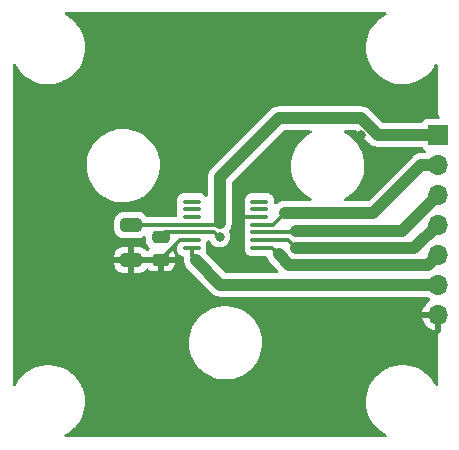
<source format=gbr>
%TF.GenerationSoftware,KiCad,Pcbnew,(6.0.0)*%
%TF.CreationDate,2022-01-17T22:08:50-08:00*%
%TF.ProjectId,encoder,656e636f-6465-4722-9e6b-696361645f70,1*%
%TF.SameCoordinates,Original*%
%TF.FileFunction,Copper,L1,Top*%
%TF.FilePolarity,Positive*%
%FSLAX46Y46*%
G04 Gerber Fmt 4.6, Leading zero omitted, Abs format (unit mm)*
G04 Created by KiCad (PCBNEW (6.0.0)) date 2022-01-17 22:08:50*
%MOMM*%
%LPD*%
G01*
G04 APERTURE LIST*
G04 Aperture macros list*
%AMRoundRect*
0 Rectangle with rounded corners*
0 $1 Rounding radius*
0 $2 $3 $4 $5 $6 $7 $8 $9 X,Y pos of 4 corners*
0 Add a 4 corners polygon primitive as box body*
4,1,4,$2,$3,$4,$5,$6,$7,$8,$9,$2,$3,0*
0 Add four circle primitives for the rounded corners*
1,1,$1+$1,$2,$3*
1,1,$1+$1,$4,$5*
1,1,$1+$1,$6,$7*
1,1,$1+$1,$8,$9*
0 Add four rect primitives between the rounded corners*
20,1,$1+$1,$2,$3,$4,$5,0*
20,1,$1+$1,$4,$5,$6,$7,0*
20,1,$1+$1,$6,$7,$8,$9,0*
20,1,$1+$1,$8,$9,$2,$3,0*%
G04 Aperture macros list end*
%TA.AperFunction,SMDPad,CuDef*%
%ADD10RoundRect,0.250000X0.650000X-0.325000X0.650000X0.325000X-0.650000X0.325000X-0.650000X-0.325000X0*%
%TD*%
%TA.AperFunction,SMDPad,CuDef*%
%ADD11RoundRect,0.100000X0.637500X0.100000X-0.637500X0.100000X-0.637500X-0.100000X0.637500X-0.100000X0*%
%TD*%
%TA.AperFunction,ComponentPad*%
%ADD12R,1.700000X1.700000*%
%TD*%
%TA.AperFunction,ComponentPad*%
%ADD13O,1.700000X1.700000*%
%TD*%
%TA.AperFunction,SMDPad,CuDef*%
%ADD14RoundRect,0.250000X-0.475000X0.250000X-0.475000X-0.250000X0.475000X-0.250000X0.475000X0.250000X0*%
%TD*%
%TA.AperFunction,ViaPad*%
%ADD15C,0.800000*%
%TD*%
%TA.AperFunction,Conductor*%
%ADD16C,1.000000*%
%TD*%
%TA.AperFunction,Conductor*%
%ADD17C,0.350000*%
%TD*%
G04 APERTURE END LIST*
D10*
%TO.P,C2,1*%
%TO.N,GND*%
X72000000Y-82975000D03*
%TO.P,C2,2*%
%TO.N,Net-(C2-Pad2)*%
X72000000Y-80025000D03*
%TD*%
D11*
%TO.P,U1,1,~{CSn}*%
%TO.N,Net-(J1-Pad5)*%
X82862500Y-81950000D03*
%TO.P,U1,2,CLK*%
%TO.N,Net-(J1-Pad4)*%
X82862500Y-81300000D03*
%TO.P,U1,3,MISO*%
%TO.N,Net-(J1-Pad3)*%
X82862500Y-80650000D03*
%TO.P,U1,4,MOSI*%
%TO.N,Net-(J1-Pad2)*%
X82862500Y-80000000D03*
%TO.P,U1,5,TEST*%
%TO.N,GND*%
X82862500Y-79350000D03*
%TO.P,U1,6,TEST*%
%TO.N,unconnected-(U1-Pad6)*%
X82862500Y-78700000D03*
%TO.P,U1,7,TEST*%
%TO.N,unconnected-(U1-Pad7)*%
X82862500Y-78050000D03*
%TO.P,U1,8,TEST*%
%TO.N,unconnected-(U1-Pad8)*%
X77137500Y-78050000D03*
%TO.P,U1,9,TEST*%
%TO.N,unconnected-(U1-Pad9)*%
X77137500Y-78700000D03*
%TO.P,U1,10,TEST*%
%TO.N,unconnected-(U1-Pad10)*%
X77137500Y-79350000D03*
%TO.P,U1,11,VDD5V*%
%TO.N,Net-(C2-Pad2)*%
X77137500Y-80000000D03*
%TO.P,U1,12,VDD3V*%
%TO.N,Net-(C1-Pad1)*%
X77137500Y-80650000D03*
%TO.P,U1,13,GND*%
%TO.N,GND*%
X77137500Y-81300000D03*
%TO.P,U1,14,PWM*%
%TO.N,Net-(J1-Pad6)*%
X77137500Y-81950000D03*
%TD*%
D12*
%TO.P,J1,1,Pin_1*%
%TO.N,Net-(C2-Pad2)*%
X98000000Y-72375000D03*
D13*
%TO.P,J1,2,Pin_2*%
%TO.N,Net-(J1-Pad2)*%
X98000000Y-74915000D03*
%TO.P,J1,3,Pin_3*%
%TO.N,Net-(J1-Pad3)*%
X98000000Y-77455000D03*
%TO.P,J1,4,Pin_4*%
%TO.N,Net-(J1-Pad4)*%
X98000000Y-79995000D03*
%TO.P,J1,5,Pin_5*%
%TO.N,Net-(J1-Pad5)*%
X98000000Y-82535000D03*
%TO.P,J1,6,Pin_6*%
%TO.N,Net-(J1-Pad6)*%
X98000000Y-85075000D03*
%TO.P,J1,7,Pin_7*%
%TO.N,GND*%
X98000000Y-87615000D03*
%TD*%
D14*
%TO.P,C1,1*%
%TO.N,Net-(C1-Pad1)*%
X74500000Y-81050000D03*
%TO.P,C1,2*%
%TO.N,GND*%
X74500000Y-82950000D03*
%TD*%
D15*
%TO.N,GND*%
X83000000Y-83500000D03*
X83500000Y-75000000D03*
X91440000Y-72390000D03*
%TO.N,Net-(C1-Pad1)*%
X79500000Y-81000000D03*
%TO.N,Net-(C2-Pad2)*%
X79500000Y-79850000D03*
%TD*%
D16*
%TO.N,Net-(J1-Pad2)*%
X92500000Y-79000000D02*
X85000000Y-79000000D01*
X96585000Y-74915000D02*
X92500000Y-79000000D01*
X98000000Y-74915000D02*
X96585000Y-74915000D01*
D17*
%TO.N,Net-(J1-Pad3)*%
X85850000Y-80650000D02*
X86000000Y-80500000D01*
D16*
X98000000Y-77455000D02*
X94955000Y-80500000D01*
D17*
X82862500Y-80650000D02*
X85850000Y-80650000D01*
D16*
X94955000Y-80500000D02*
X86000000Y-80500000D01*
%TO.N,Net-(J1-Pad4)*%
X98000000Y-79995000D02*
X95995000Y-82000000D01*
D17*
X85300000Y-81300000D02*
X86000001Y-82000001D01*
D16*
X95995000Y-82000000D02*
X86000001Y-82000001D01*
D17*
X82862500Y-81300000D02*
X85300000Y-81300000D01*
%TO.N,Net-(J1-Pad5)*%
X82862500Y-81950000D02*
X83950000Y-81950000D01*
D16*
X85385000Y-83385000D02*
X84500000Y-82500000D01*
D17*
X83950000Y-81950000D02*
X84500000Y-82500000D01*
D16*
X97150000Y-83385000D02*
X85385000Y-83385000D01*
X98000000Y-82535000D02*
X97150000Y-83385000D01*
D17*
%TO.N,GND*%
X81350000Y-79350000D02*
X81350000Y-76650000D01*
X81350000Y-76650000D02*
X83000000Y-75000000D01*
X82862500Y-79350000D02*
X81350000Y-79350000D01*
X83000000Y-75000000D02*
X83500000Y-75000000D01*
%TO.N,Net-(J1-Pad6)*%
X77137500Y-82637500D02*
X77500000Y-83000000D01*
X77137500Y-81950000D02*
X77137500Y-82637500D01*
%TO.N,Net-(J1-Pad2)*%
X84000000Y-80000000D02*
X85000000Y-79000000D01*
X82862500Y-80000000D02*
X84000000Y-80000000D01*
D16*
%TO.N,Net-(J1-Pad6)*%
X79575000Y-85075000D02*
X77500000Y-83000000D01*
X98000000Y-85075000D02*
X79575000Y-85075000D01*
%TO.N,Net-(C2-Pad2)*%
X79500000Y-76000000D02*
X79500000Y-79850000D01*
X84500000Y-71000000D02*
X79500000Y-76000000D01*
X91500000Y-71000000D02*
X84500000Y-71000000D01*
X92875000Y-72375000D02*
X91500000Y-71000000D01*
X98000000Y-72375000D02*
X92875000Y-72375000D01*
D17*
%TO.N,Net-(C1-Pad1)*%
X79500000Y-81000000D02*
X79413255Y-81000000D01*
X79063255Y-80650000D02*
X77137500Y-80650000D01*
X79413255Y-81000000D02*
X79063255Y-80650000D01*
%TO.N,Net-(C2-Pad2)*%
X79350000Y-80000000D02*
X79500000Y-79850000D01*
X77137500Y-80000000D02*
X79350000Y-80000000D01*
X77112500Y-80025000D02*
X77137500Y-80000000D01*
X72000000Y-80025000D02*
X77112500Y-80025000D01*
%TO.N,GND*%
X72025000Y-82950000D02*
X72000000Y-82975000D01*
X74500000Y-82950000D02*
X72025000Y-82950000D01*
%TO.N,Net-(C1-Pad1)*%
X74900000Y-80650000D02*
X74500000Y-81050000D01*
X77137500Y-80650000D02*
X74900000Y-80650000D01*
%TO.N,GND*%
X76150000Y-81300000D02*
X77137500Y-81300000D01*
X74500000Y-82950000D02*
X76150000Y-81300000D01*
%TD*%
%TA.AperFunction,Conductor*%
%TO.N,GND*%
G36*
X93582314Y-62028002D02*
G01*
X93628807Y-62081658D01*
X93638911Y-62151932D01*
X93609417Y-62216512D01*
X93575759Y-62243935D01*
X93334498Y-62379047D01*
X93334493Y-62379050D01*
X93331381Y-62380793D01*
X93328485Y-62382878D01*
X93328480Y-62382881D01*
X93181761Y-62488504D01*
X93045605Y-62586523D01*
X93042969Y-62588917D01*
X93042967Y-62588919D01*
X92865733Y-62749907D01*
X92784954Y-62823281D01*
X92552781Y-63088023D01*
X92352071Y-63377347D01*
X92185402Y-63687532D01*
X92054919Y-64014590D01*
X91962299Y-64354317D01*
X91908732Y-64702345D01*
X91908592Y-64705909D01*
X91895361Y-65042681D01*
X91894908Y-65054200D01*
X91921004Y-65405358D01*
X91986684Y-65751304D01*
X92091104Y-66087592D01*
X92092545Y-66090867D01*
X92220485Y-66381633D01*
X92232921Y-66409897D01*
X92410313Y-66714076D01*
X92620999Y-66996219D01*
X92623443Y-66998817D01*
X92623448Y-66998823D01*
X92859820Y-67250093D01*
X92862270Y-67252697D01*
X92864999Y-67255007D01*
X93054652Y-67415560D01*
X93131024Y-67480214D01*
X93423807Y-67675845D01*
X93426989Y-67677484D01*
X93426991Y-67677485D01*
X93733670Y-67835436D01*
X93733675Y-67835438D01*
X93736853Y-67837075D01*
X93740194Y-67838341D01*
X93740199Y-67838343D01*
X93971696Y-67926049D01*
X94066139Y-67961830D01*
X94069603Y-67962710D01*
X94069607Y-67962711D01*
X94403963Y-68047627D01*
X94403971Y-68047629D01*
X94407430Y-68048507D01*
X94579152Y-68071878D01*
X94753347Y-68095585D01*
X94753354Y-68095586D01*
X94756340Y-68095992D01*
X94871081Y-68100500D01*
X95089198Y-68100500D01*
X95230756Y-68092462D01*
X95347992Y-68085805D01*
X95347999Y-68085804D01*
X95351560Y-68085602D01*
X95489883Y-68061834D01*
X95695082Y-68026575D01*
X95695090Y-68026573D01*
X95698600Y-68025970D01*
X95702025Y-68024972D01*
X95702028Y-68024971D01*
X96033221Y-67928436D01*
X96036659Y-67927434D01*
X96361390Y-67791263D01*
X96564556Y-67677485D01*
X96665502Y-67620953D01*
X96665507Y-67620950D01*
X96668619Y-67619207D01*
X96671515Y-67617122D01*
X96671520Y-67617119D01*
X96818239Y-67511496D01*
X96954395Y-67413477D01*
X97128858Y-67255007D01*
X97212405Y-67179118D01*
X97212406Y-67179117D01*
X97215046Y-67176719D01*
X97447219Y-66911977D01*
X97647929Y-66622653D01*
X97755008Y-66423370D01*
X97804870Y-66372830D01*
X97874141Y-66357271D01*
X97940827Y-66381633D01*
X97983756Y-66438181D01*
X97992000Y-66483008D01*
X97992000Y-70491298D01*
X97991998Y-70492068D01*
X97991524Y-70569652D01*
X97993990Y-70578281D01*
X97993991Y-70578286D01*
X97999639Y-70598048D01*
X98003217Y-70614809D01*
X98006130Y-70635152D01*
X98006133Y-70635162D01*
X98007405Y-70644045D01*
X98018021Y-70667395D01*
X98024464Y-70684907D01*
X98031512Y-70709565D01*
X98047274Y-70734548D01*
X98055404Y-70749614D01*
X98067633Y-70776510D01*
X98084374Y-70795939D01*
X98095480Y-70810950D01*
X98103253Y-70823271D01*
X98122684Y-70891557D01*
X98102111Y-70959507D01*
X98048067Y-71005549D01*
X97996688Y-71016500D01*
X97101866Y-71016500D01*
X97039684Y-71023255D01*
X96903295Y-71074385D01*
X96786739Y-71161739D01*
X96699385Y-71278295D01*
X96696233Y-71286704D01*
X96691923Y-71294575D01*
X96690259Y-71293664D01*
X96654337Y-71341490D01*
X96587776Y-71366193D01*
X96578991Y-71366500D01*
X93344924Y-71366500D01*
X93276803Y-71346498D01*
X93255829Y-71329595D01*
X92256855Y-70330621D01*
X92247753Y-70320478D01*
X92227897Y-70295782D01*
X92224032Y-70290975D01*
X92185578Y-70258708D01*
X92181931Y-70255528D01*
X92180119Y-70253885D01*
X92177925Y-70251691D01*
X92144651Y-70224358D01*
X92143853Y-70223696D01*
X92072526Y-70163846D01*
X92067856Y-70161278D01*
X92063739Y-70157897D01*
X91981914Y-70114023D01*
X91980755Y-70113394D01*
X91904619Y-70071538D01*
X91904611Y-70071535D01*
X91899213Y-70068567D01*
X91894131Y-70066955D01*
X91889437Y-70064438D01*
X91800469Y-70037238D01*
X91799441Y-70036918D01*
X91710694Y-70008765D01*
X91705398Y-70008171D01*
X91700302Y-70006613D01*
X91607743Y-69997210D01*
X91606607Y-69997089D01*
X91572992Y-69993319D01*
X91560270Y-69991892D01*
X91560266Y-69991892D01*
X91556773Y-69991500D01*
X91553246Y-69991500D01*
X91552261Y-69991445D01*
X91546581Y-69990998D01*
X91517175Y-69988011D01*
X91509663Y-69987248D01*
X91509661Y-69987248D01*
X91503538Y-69986626D01*
X91461259Y-69990623D01*
X91457891Y-69990941D01*
X91446033Y-69991500D01*
X84561843Y-69991500D01*
X84548236Y-69990763D01*
X84516738Y-69987341D01*
X84516733Y-69987341D01*
X84510612Y-69986676D01*
X84484362Y-69988973D01*
X84460612Y-69991050D01*
X84455786Y-69991379D01*
X84453314Y-69991500D01*
X84450231Y-69991500D01*
X84440920Y-69992413D01*
X84407494Y-69995690D01*
X84406181Y-69995812D01*
X84361916Y-69999685D01*
X84313587Y-70003913D01*
X84308468Y-70005400D01*
X84303167Y-70005920D01*
X84214166Y-70032791D01*
X84213033Y-70033126D01*
X84129586Y-70057370D01*
X84129582Y-70057372D01*
X84123664Y-70059091D01*
X84118932Y-70061544D01*
X84113831Y-70063084D01*
X84108388Y-70065978D01*
X84031740Y-70106731D01*
X84030574Y-70107343D01*
X83963459Y-70142133D01*
X83948074Y-70150108D01*
X83943911Y-70153431D01*
X83939204Y-70155934D01*
X83934429Y-70159828D01*
X83934428Y-70159829D01*
X83867102Y-70214739D01*
X83866075Y-70215567D01*
X83829792Y-70244531D01*
X83829787Y-70244536D01*
X83827028Y-70246738D01*
X83824527Y-70249239D01*
X83823809Y-70249881D01*
X83819461Y-70253594D01*
X83785938Y-70280935D01*
X83782015Y-70285677D01*
X83782013Y-70285679D01*
X83756703Y-70316273D01*
X83748713Y-70325053D01*
X78830621Y-75243145D01*
X78820478Y-75252247D01*
X78790975Y-75275968D01*
X78769821Y-75301178D01*
X78758709Y-75314421D01*
X78755528Y-75318069D01*
X78753885Y-75319881D01*
X78751691Y-75322075D01*
X78724358Y-75355349D01*
X78723696Y-75356147D01*
X78663846Y-75427474D01*
X78661278Y-75432144D01*
X78657897Y-75436261D01*
X78626860Y-75494145D01*
X78614023Y-75518086D01*
X78613394Y-75519245D01*
X78571538Y-75595381D01*
X78571535Y-75595389D01*
X78568567Y-75600787D01*
X78566955Y-75605869D01*
X78564438Y-75610563D01*
X78537238Y-75699531D01*
X78536918Y-75700559D01*
X78508765Y-75789306D01*
X78508171Y-75794602D01*
X78506613Y-75799698D01*
X78505990Y-75805834D01*
X78497218Y-75892187D01*
X78497089Y-75893393D01*
X78491500Y-75943227D01*
X78491500Y-75946754D01*
X78491445Y-75947739D01*
X78490998Y-75953419D01*
X78486626Y-75996462D01*
X78487206Y-76002593D01*
X78490941Y-76042109D01*
X78491500Y-76053967D01*
X78491500Y-77513006D01*
X78471498Y-77581127D01*
X78417842Y-77627620D01*
X78347568Y-77637724D01*
X78282988Y-77608230D01*
X78265538Y-77589710D01*
X78214017Y-77522568D01*
X78214015Y-77522566D01*
X78208987Y-77516013D01*
X78202436Y-77510986D01*
X78202434Y-77510984D01*
X78145431Y-77467245D01*
X78081875Y-77418476D01*
X77933850Y-77357162D01*
X77925662Y-77356084D01*
X77818972Y-77342038D01*
X77818971Y-77342038D01*
X77814885Y-77341500D01*
X77137583Y-77341500D01*
X76460116Y-77341501D01*
X76456031Y-77342039D01*
X76456027Y-77342039D01*
X76349337Y-77356084D01*
X76349335Y-77356084D01*
X76341150Y-77357162D01*
X76267137Y-77387819D01*
X76200752Y-77415316D01*
X76200750Y-77415317D01*
X76193124Y-77418476D01*
X76186574Y-77423502D01*
X76110084Y-77482196D01*
X76066013Y-77516013D01*
X76060987Y-77522563D01*
X76060984Y-77522566D01*
X76017244Y-77579569D01*
X75968476Y-77643125D01*
X75907162Y-77791150D01*
X75891500Y-77910115D01*
X75891501Y-78189884D01*
X75892039Y-78193969D01*
X75892039Y-78193973D01*
X75903487Y-78280935D01*
X75907162Y-78308850D01*
X75910322Y-78316478D01*
X75914589Y-78326780D01*
X75922179Y-78397370D01*
X75914590Y-78423218D01*
X75907162Y-78441150D01*
X75891500Y-78560115D01*
X75891501Y-78839884D01*
X75907162Y-78958850D01*
X75910322Y-78966478D01*
X75914589Y-78976780D01*
X75922179Y-79047370D01*
X75914590Y-79073218D01*
X75907162Y-79091150D01*
X75906084Y-79099338D01*
X75905797Y-79101522D01*
X75891500Y-79210115D01*
X75891500Y-79215500D01*
X75891393Y-79215863D01*
X75891230Y-79218356D01*
X75890672Y-79218319D01*
X75871498Y-79283621D01*
X75817842Y-79330114D01*
X75765500Y-79341500D01*
X73390369Y-79341500D01*
X73322248Y-79321498D01*
X73283228Y-79281807D01*
X73248478Y-79225652D01*
X73123303Y-79100695D01*
X73107818Y-79091150D01*
X72978968Y-79011725D01*
X72978966Y-79011724D01*
X72972738Y-79007885D01*
X72847899Y-78966478D01*
X72811389Y-78954368D01*
X72811387Y-78954368D01*
X72804861Y-78952203D01*
X72798025Y-78951503D01*
X72798022Y-78951502D01*
X72754969Y-78947091D01*
X72700400Y-78941500D01*
X71299600Y-78941500D01*
X71296354Y-78941837D01*
X71296350Y-78941837D01*
X71200692Y-78951762D01*
X71200688Y-78951763D01*
X71193834Y-78952474D01*
X71187298Y-78954655D01*
X71187296Y-78954655D01*
X71055194Y-78998728D01*
X71026054Y-79008450D01*
X70875652Y-79101522D01*
X70750695Y-79226697D01*
X70746855Y-79232927D01*
X70746854Y-79232928D01*
X70674690Y-79350000D01*
X70657885Y-79377262D01*
X70602203Y-79545139D01*
X70601503Y-79551975D01*
X70601502Y-79551978D01*
X70599903Y-79567583D01*
X70591500Y-79649600D01*
X70591500Y-80400400D01*
X70591837Y-80403646D01*
X70591837Y-80403650D01*
X70593796Y-80422526D01*
X70602474Y-80506166D01*
X70604655Y-80512702D01*
X70604655Y-80512704D01*
X70641362Y-80622726D01*
X70658450Y-80673946D01*
X70751522Y-80824348D01*
X70876697Y-80949305D01*
X70882927Y-80953145D01*
X70882928Y-80953146D01*
X71020090Y-81037694D01*
X71027262Y-81042115D01*
X71049039Y-81049338D01*
X71188611Y-81095632D01*
X71188613Y-81095632D01*
X71195139Y-81097797D01*
X71201975Y-81098497D01*
X71201978Y-81098498D01*
X71245031Y-81102909D01*
X71299600Y-81108500D01*
X72700400Y-81108500D01*
X72703646Y-81108163D01*
X72703650Y-81108163D01*
X72799308Y-81098238D01*
X72799312Y-81098237D01*
X72806166Y-81097526D01*
X72812702Y-81095345D01*
X72812704Y-81095345D01*
X72950603Y-81049338D01*
X72973946Y-81041550D01*
X73051699Y-80993435D01*
X73074197Y-80979513D01*
X73142649Y-80960675D01*
X73210419Y-80981836D01*
X73255990Y-81036277D01*
X73266500Y-81086657D01*
X73266500Y-81350400D01*
X73266837Y-81353646D01*
X73266837Y-81353650D01*
X73276209Y-81443973D01*
X73277474Y-81456166D01*
X73279655Y-81462702D01*
X73279655Y-81462704D01*
X73306486Y-81543125D01*
X73333450Y-81623946D01*
X73426522Y-81774348D01*
X73551697Y-81899305D01*
X73556235Y-81902102D01*
X73596824Y-81959353D01*
X73600054Y-82030276D01*
X73564428Y-82091687D01*
X73555932Y-82099062D01*
X73545793Y-82107098D01*
X73448215Y-82204845D01*
X73385932Y-82238924D01*
X73315112Y-82233921D01*
X73258239Y-82191423D01*
X73251959Y-82182220D01*
X73242901Y-82170792D01*
X73128171Y-82056261D01*
X73116760Y-82047249D01*
X72978757Y-81962184D01*
X72965576Y-81956037D01*
X72811290Y-81904862D01*
X72797914Y-81901995D01*
X72703562Y-81892328D01*
X72697145Y-81892000D01*
X72272115Y-81892000D01*
X72256876Y-81896475D01*
X72255671Y-81897865D01*
X72254000Y-81905548D01*
X72254000Y-82702885D01*
X72258475Y-82718124D01*
X72259865Y-82719329D01*
X72267548Y-82721000D01*
X73208885Y-82721000D01*
X73253280Y-82707965D01*
X73263957Y-82701103D01*
X73299452Y-82696000D01*
X75714884Y-82696000D01*
X75730123Y-82691525D01*
X75731328Y-82690135D01*
X75732999Y-82682452D01*
X75732999Y-82652905D01*
X75732662Y-82646386D01*
X75722743Y-82550794D01*
X75719851Y-82537400D01*
X75668412Y-82383216D01*
X75662239Y-82370038D01*
X75576937Y-82232193D01*
X75567901Y-82220792D01*
X75453172Y-82106262D01*
X75444238Y-82099206D01*
X75403177Y-82041288D01*
X75399947Y-81970365D01*
X75435574Y-81908954D01*
X75443407Y-81902154D01*
X75449348Y-81898478D01*
X75574305Y-81773303D01*
X75667115Y-81622738D01*
X75669420Y-81615788D01*
X75669755Y-81615070D01*
X75716671Y-81561783D01*
X75784948Y-81542321D01*
X75852908Y-81562861D01*
X75898975Y-81616883D01*
X75908523Y-81687235D01*
X75908257Y-81688506D01*
X75907162Y-81691150D01*
X75897167Y-81767072D01*
X75893648Y-81793803D01*
X75891500Y-81810115D01*
X75891501Y-82089884D01*
X75892039Y-82093969D01*
X75892039Y-82093973D01*
X75904868Y-82191423D01*
X75907162Y-82208850D01*
X75968476Y-82356876D01*
X76066013Y-82483987D01*
X76072563Y-82489013D01*
X76072566Y-82489016D01*
X76129569Y-82532756D01*
X76193125Y-82581524D01*
X76341150Y-82642838D01*
X76353312Y-82644439D01*
X76354480Y-82644593D01*
X76419408Y-82673313D01*
X76458501Y-82732578D01*
X76463124Y-82754378D01*
X76468855Y-82801735D01*
X76471542Y-82808845D01*
X76472746Y-82813748D01*
X76475605Y-82824200D01*
X76477059Y-82829016D01*
X76478366Y-82836504D01*
X76484817Y-82851201D01*
X76494708Y-82915453D01*
X76486676Y-82989388D01*
X76503913Y-83186413D01*
X76505632Y-83192330D01*
X76505633Y-83192335D01*
X76543614Y-83323064D01*
X76559091Y-83376336D01*
X76650108Y-83551926D01*
X76653948Y-83556736D01*
X76744542Y-83670223D01*
X76744549Y-83670230D01*
X76746738Y-83672973D01*
X76749233Y-83675468D01*
X78818145Y-85744379D01*
X78827247Y-85754522D01*
X78850968Y-85784025D01*
X78855696Y-85787992D01*
X78889421Y-85816291D01*
X78893069Y-85819472D01*
X78894881Y-85821115D01*
X78897075Y-85823309D01*
X78930349Y-85850642D01*
X78931147Y-85851304D01*
X79002474Y-85911154D01*
X79007144Y-85913722D01*
X79011261Y-85917103D01*
X79069145Y-85948140D01*
X79093086Y-85960977D01*
X79094245Y-85961606D01*
X79170381Y-86003462D01*
X79170389Y-86003465D01*
X79175787Y-86006433D01*
X79180869Y-86008045D01*
X79185563Y-86010562D01*
X79274531Y-86037762D01*
X79275559Y-86038082D01*
X79364306Y-86066235D01*
X79369602Y-86066829D01*
X79374698Y-86068387D01*
X79467257Y-86077790D01*
X79468393Y-86077911D01*
X79502008Y-86081681D01*
X79514730Y-86083108D01*
X79514734Y-86083108D01*
X79518227Y-86083500D01*
X79521754Y-86083500D01*
X79522739Y-86083555D01*
X79528419Y-86084002D01*
X79557825Y-86086989D01*
X79565337Y-86087752D01*
X79565339Y-86087752D01*
X79571462Y-86088374D01*
X79617108Y-86084059D01*
X79628967Y-86083500D01*
X97042393Y-86083500D01*
X97110514Y-86103502D01*
X97122877Y-86112555D01*
X97218126Y-86191632D01*
X97291955Y-86234774D01*
X97340679Y-86286412D01*
X97353750Y-86356195D01*
X97327019Y-86421967D01*
X97286562Y-86455327D01*
X97278457Y-86459546D01*
X97269738Y-86465036D01*
X97099433Y-86592905D01*
X97091726Y-86599748D01*
X96944590Y-86753717D01*
X96938104Y-86761727D01*
X96818098Y-86937649D01*
X96813000Y-86946623D01*
X96723338Y-87139783D01*
X96719775Y-87149470D01*
X96664389Y-87349183D01*
X96665912Y-87357607D01*
X96678292Y-87361000D01*
X98128000Y-87361000D01*
X98196121Y-87381002D01*
X98242614Y-87434658D01*
X98254000Y-87487000D01*
X98254000Y-88933515D01*
X98256385Y-88941638D01*
X98256385Y-89012635D01*
X98217740Y-89072587D01*
X98204072Y-89084365D01*
X98189053Y-89095479D01*
X98167369Y-89109160D01*
X98161427Y-89115888D01*
X98147819Y-89131296D01*
X98135627Y-89143340D01*
X98113253Y-89162619D01*
X98108374Y-89170147D01*
X98108371Y-89170150D01*
X98099304Y-89184139D01*
X98088014Y-89199013D01*
X98071044Y-89218228D01*
X98058490Y-89244966D01*
X98050176Y-89259935D01*
X98034107Y-89284727D01*
X98031535Y-89293327D01*
X98026761Y-89309290D01*
X98020099Y-89326736D01*
X98009201Y-89349948D01*
X98007820Y-89358821D01*
X98004658Y-89379128D01*
X98000874Y-89395849D01*
X97994986Y-89415536D01*
X97994985Y-89415539D01*
X97992413Y-89424141D01*
X97992358Y-89433116D01*
X97992358Y-89433117D01*
X97992203Y-89458546D01*
X97992170Y-89459328D01*
X97992000Y-89460423D01*
X97992000Y-89491298D01*
X97991998Y-89492068D01*
X97991524Y-89569652D01*
X97991908Y-89570996D01*
X97992000Y-89572341D01*
X97992000Y-93509613D01*
X97971998Y-93577734D01*
X97918342Y-93624227D01*
X97848068Y-93634331D01*
X97783488Y-93604837D01*
X97757157Y-93573089D01*
X97661666Y-93409348D01*
X97589687Y-93285924D01*
X97379001Y-93003781D01*
X97376557Y-93001183D01*
X97376552Y-93001177D01*
X97140180Y-92749907D01*
X97140176Y-92749904D01*
X97137730Y-92747303D01*
X96986417Y-92619207D01*
X96871698Y-92522090D01*
X96871694Y-92522087D01*
X96868976Y-92519786D01*
X96812719Y-92482196D01*
X96579170Y-92326144D01*
X96579168Y-92326143D01*
X96576193Y-92324155D01*
X96573009Y-92322515D01*
X96266330Y-92164564D01*
X96266325Y-92164562D01*
X96263147Y-92162925D01*
X96259806Y-92161659D01*
X96259801Y-92161657D01*
X95937205Y-92039437D01*
X95937206Y-92039437D01*
X95933861Y-92038170D01*
X95930397Y-92037290D01*
X95930393Y-92037289D01*
X95596037Y-91952373D01*
X95596029Y-91952371D01*
X95592570Y-91951493D01*
X95420848Y-91928122D01*
X95246653Y-91904415D01*
X95246646Y-91904414D01*
X95243660Y-91904008D01*
X95128919Y-91899500D01*
X94910802Y-91899500D01*
X94769244Y-91907538D01*
X94652008Y-91914195D01*
X94652001Y-91914196D01*
X94648440Y-91914398D01*
X94510117Y-91938166D01*
X94304918Y-91973425D01*
X94304910Y-91973427D01*
X94301400Y-91974030D01*
X94297975Y-91975028D01*
X94297972Y-91975029D01*
X94084370Y-92037289D01*
X93963341Y-92072566D01*
X93638610Y-92208737D01*
X93560114Y-92252697D01*
X93334498Y-92379047D01*
X93334493Y-92379050D01*
X93331381Y-92380793D01*
X93328485Y-92382878D01*
X93328480Y-92382881D01*
X93196477Y-92477910D01*
X93045605Y-92586523D01*
X93042969Y-92588917D01*
X93042967Y-92588919D01*
X92787595Y-92820882D01*
X92784954Y-92823281D01*
X92782603Y-92825962D01*
X92606670Y-93026575D01*
X92552781Y-93088023D01*
X92550749Y-93090952D01*
X92550746Y-93090956D01*
X92547171Y-93096110D01*
X92352071Y-93377347D01*
X92185402Y-93687532D01*
X92054919Y-94014590D01*
X91962299Y-94354317D01*
X91908732Y-94702345D01*
X91908592Y-94705909D01*
X91896104Y-95023766D01*
X91894908Y-95054200D01*
X91895173Y-95057760D01*
X91918392Y-95370206D01*
X91921004Y-95405358D01*
X91986684Y-95751304D01*
X92091104Y-96087592D01*
X92232921Y-96409897D01*
X92410313Y-96714076D01*
X92620999Y-96996219D01*
X92623443Y-96998817D01*
X92623448Y-96998823D01*
X92859820Y-97250093D01*
X92862270Y-97252697D01*
X92864999Y-97255007D01*
X93054652Y-97415560D01*
X93131024Y-97480214D01*
X93423807Y-97675845D01*
X93426989Y-97677484D01*
X93426991Y-97677485D01*
X93575523Y-97753984D01*
X93626925Y-97802957D01*
X93643691Y-97871945D01*
X93620497Y-97939047D01*
X93564707Y-97982956D01*
X93517831Y-97992000D01*
X66485807Y-97992000D01*
X66417686Y-97971998D01*
X66371193Y-97918342D01*
X66361089Y-97848068D01*
X66390583Y-97783488D01*
X66424241Y-97756065D01*
X66665502Y-97620953D01*
X66665507Y-97620950D01*
X66668619Y-97619207D01*
X66671515Y-97617122D01*
X66671520Y-97617119D01*
X66818239Y-97511496D01*
X66954395Y-97413477D01*
X67128858Y-97255007D01*
X67212405Y-97179118D01*
X67212406Y-97179117D01*
X67215046Y-97176719D01*
X67447219Y-96911977D01*
X67647929Y-96622653D01*
X67814598Y-96312468D01*
X67945081Y-95985410D01*
X68037701Y-95645683D01*
X68091268Y-95297655D01*
X68100833Y-95054200D01*
X68104952Y-94949370D01*
X68104952Y-94949365D01*
X68105092Y-94945800D01*
X68078996Y-94594642D01*
X68013316Y-94248696D01*
X67908896Y-93912408D01*
X67782094Y-93624227D01*
X67768522Y-93593382D01*
X67768520Y-93593379D01*
X67767079Y-93590103D01*
X67589687Y-93285924D01*
X67379001Y-93003781D01*
X67376557Y-93001183D01*
X67376552Y-93001177D01*
X67140180Y-92749907D01*
X67140176Y-92749904D01*
X67137730Y-92747303D01*
X66986417Y-92619207D01*
X66871698Y-92522090D01*
X66871694Y-92522087D01*
X66868976Y-92519786D01*
X66812719Y-92482196D01*
X66579170Y-92326144D01*
X66579168Y-92326143D01*
X66576193Y-92324155D01*
X66573009Y-92322515D01*
X66266330Y-92164564D01*
X66266325Y-92164562D01*
X66263147Y-92162925D01*
X66259806Y-92161659D01*
X66259801Y-92161657D01*
X65937205Y-92039437D01*
X65937206Y-92039437D01*
X65933861Y-92038170D01*
X65930397Y-92037290D01*
X65930393Y-92037289D01*
X65596037Y-91952373D01*
X65596029Y-91952371D01*
X65592570Y-91951493D01*
X65420848Y-91928122D01*
X65246653Y-91904415D01*
X65246646Y-91904414D01*
X65243660Y-91904008D01*
X65128919Y-91899500D01*
X64910802Y-91899500D01*
X64769244Y-91907538D01*
X64652008Y-91914195D01*
X64652001Y-91914196D01*
X64648440Y-91914398D01*
X64510117Y-91938166D01*
X64304918Y-91973425D01*
X64304910Y-91973427D01*
X64301400Y-91974030D01*
X64297975Y-91975028D01*
X64297972Y-91975029D01*
X64084370Y-92037289D01*
X63963341Y-92072566D01*
X63638610Y-92208737D01*
X63560114Y-92252697D01*
X63334498Y-92379047D01*
X63334493Y-92379050D01*
X63331381Y-92380793D01*
X63328485Y-92382878D01*
X63328480Y-92382881D01*
X63196477Y-92477910D01*
X63045605Y-92586523D01*
X63042969Y-92588917D01*
X63042967Y-92588919D01*
X62787595Y-92820882D01*
X62784954Y-92823281D01*
X62782603Y-92825962D01*
X62606670Y-93026575D01*
X62552781Y-93088023D01*
X62550749Y-93090952D01*
X62550746Y-93090956D01*
X62547171Y-93096110D01*
X62352071Y-93377347D01*
X62350380Y-93380494D01*
X62350377Y-93380499D01*
X62244992Y-93576630D01*
X62195130Y-93627170D01*
X62125859Y-93642729D01*
X62059173Y-93618367D01*
X62016244Y-93561819D01*
X62008000Y-93516992D01*
X62008000Y-90054200D01*
X76894908Y-90054200D01*
X76921004Y-90405358D01*
X76986684Y-90751304D01*
X77091104Y-91087592D01*
X77232921Y-91409897D01*
X77410313Y-91714076D01*
X77620999Y-91996219D01*
X77623443Y-91998817D01*
X77623448Y-91998823D01*
X77819615Y-92207354D01*
X77862270Y-92252697D01*
X77864999Y-92255007D01*
X78054652Y-92415560D01*
X78131024Y-92480214D01*
X78133988Y-92482194D01*
X78133990Y-92482196D01*
X78290127Y-92586523D01*
X78423807Y-92675845D01*
X78426989Y-92677484D01*
X78426991Y-92677485D01*
X78733670Y-92835436D01*
X78733675Y-92835438D01*
X78736853Y-92837075D01*
X78740194Y-92838341D01*
X78740199Y-92838343D01*
X78971696Y-92926049D01*
X79066139Y-92961830D01*
X79069603Y-92962710D01*
X79069607Y-92962711D01*
X79403963Y-93047627D01*
X79403971Y-93047629D01*
X79407430Y-93048507D01*
X79579152Y-93071878D01*
X79753347Y-93095585D01*
X79753354Y-93095586D01*
X79756340Y-93095992D01*
X79871081Y-93100500D01*
X80089198Y-93100500D01*
X80230756Y-93092462D01*
X80347992Y-93085805D01*
X80347999Y-93085804D01*
X80351560Y-93085602D01*
X80489883Y-93061834D01*
X80695082Y-93026575D01*
X80695090Y-93026573D01*
X80698600Y-93025970D01*
X80702025Y-93024972D01*
X80702028Y-93024971D01*
X81033221Y-92928436D01*
X81036659Y-92927434D01*
X81361390Y-92791263D01*
X81564556Y-92677485D01*
X81665502Y-92620953D01*
X81665507Y-92620950D01*
X81668619Y-92619207D01*
X81671515Y-92617122D01*
X81671520Y-92617119D01*
X81818239Y-92511496D01*
X81954395Y-92413477D01*
X81990378Y-92380793D01*
X82212405Y-92179118D01*
X82212406Y-92179117D01*
X82215046Y-92176719D01*
X82392800Y-91974030D01*
X82444868Y-91914658D01*
X82444869Y-91914656D01*
X82447219Y-91911977D01*
X82452748Y-91904008D01*
X82586652Y-91710984D01*
X82647929Y-91622653D01*
X82814598Y-91312468D01*
X82945081Y-90985410D01*
X83037701Y-90645683D01*
X83091268Y-90297655D01*
X83100833Y-90054200D01*
X83104952Y-89949370D01*
X83104952Y-89949365D01*
X83105092Y-89945800D01*
X83083114Y-89650052D01*
X83079261Y-89598204D01*
X83079260Y-89598199D01*
X83078996Y-89594642D01*
X83013316Y-89248696D01*
X83003856Y-89218228D01*
X82958633Y-89072587D01*
X82908896Y-88912408D01*
X82767079Y-88590103D01*
X82589687Y-88285924D01*
X82379001Y-88003781D01*
X82376557Y-88001183D01*
X82376552Y-88001177D01*
X82265350Y-87882966D01*
X96668257Y-87882966D01*
X96698565Y-88017446D01*
X96701645Y-88027275D01*
X96781770Y-88224603D01*
X96786413Y-88233794D01*
X96897694Y-88415388D01*
X96903777Y-88423699D01*
X97043213Y-88584667D01*
X97050580Y-88591883D01*
X97214434Y-88727916D01*
X97222881Y-88733831D01*
X97406756Y-88841279D01*
X97416042Y-88845729D01*
X97615001Y-88921703D01*
X97624899Y-88924579D01*
X97728250Y-88945606D01*
X97742299Y-88944410D01*
X97746000Y-88934065D01*
X97746000Y-87887115D01*
X97741525Y-87871876D01*
X97740135Y-87870671D01*
X97732452Y-87869000D01*
X96683225Y-87869000D01*
X96669694Y-87872973D01*
X96668257Y-87882966D01*
X82265350Y-87882966D01*
X82140180Y-87749907D01*
X82140176Y-87749904D01*
X82137730Y-87747303D01*
X81947809Y-87586523D01*
X81871698Y-87522090D01*
X81871694Y-87522087D01*
X81868976Y-87519786D01*
X81576193Y-87324155D01*
X81573009Y-87322515D01*
X81266330Y-87164564D01*
X81266325Y-87164562D01*
X81263147Y-87162925D01*
X81259806Y-87161659D01*
X81259801Y-87161657D01*
X80937205Y-87039437D01*
X80937206Y-87039437D01*
X80933861Y-87038170D01*
X80930397Y-87037290D01*
X80930393Y-87037289D01*
X80596037Y-86952373D01*
X80596029Y-86952371D01*
X80592570Y-86951493D01*
X80420848Y-86928122D01*
X80246653Y-86904415D01*
X80246646Y-86904414D01*
X80243660Y-86904008D01*
X80128919Y-86899500D01*
X79910802Y-86899500D01*
X79769244Y-86907538D01*
X79652008Y-86914195D01*
X79652001Y-86914196D01*
X79648440Y-86914398D01*
X79513126Y-86937649D01*
X79304918Y-86973425D01*
X79304910Y-86973427D01*
X79301400Y-86974030D01*
X79297975Y-86975028D01*
X79297972Y-86975029D01*
X79084370Y-87037289D01*
X78963341Y-87072566D01*
X78638610Y-87208737D01*
X78484996Y-87294765D01*
X78334498Y-87379047D01*
X78334493Y-87379050D01*
X78331381Y-87380793D01*
X78328485Y-87382878D01*
X78328480Y-87382881D01*
X78256558Y-87434658D01*
X78045605Y-87586523D01*
X78042969Y-87588917D01*
X78042967Y-87588919D01*
X77865733Y-87749907D01*
X77784954Y-87823281D01*
X77743394Y-87870671D01*
X77614676Y-88017446D01*
X77552781Y-88088023D01*
X77352071Y-88377347D01*
X77350380Y-88380494D01*
X77350377Y-88380499D01*
X77327165Y-88423699D01*
X77185402Y-88687532D01*
X77054919Y-89014590D01*
X76962299Y-89354317D01*
X76955907Y-89395849D01*
X76911904Y-89681739D01*
X76908732Y-89702345D01*
X76908592Y-89705909D01*
X76897898Y-89978107D01*
X76894908Y-90054200D01*
X62008000Y-90054200D01*
X62008000Y-83347095D01*
X70592001Y-83347095D01*
X70592338Y-83353614D01*
X70602257Y-83449206D01*
X70605149Y-83462600D01*
X70656588Y-83616784D01*
X70662761Y-83629962D01*
X70748063Y-83767807D01*
X70757099Y-83779208D01*
X70871829Y-83893739D01*
X70883240Y-83902751D01*
X71021243Y-83987816D01*
X71034424Y-83993963D01*
X71188710Y-84045138D01*
X71202086Y-84048005D01*
X71296438Y-84057672D01*
X71302854Y-84058000D01*
X71727885Y-84058000D01*
X71743124Y-84053525D01*
X71744329Y-84052135D01*
X71746000Y-84044452D01*
X71746000Y-84039884D01*
X72254000Y-84039884D01*
X72258475Y-84055123D01*
X72259865Y-84056328D01*
X72267548Y-84057999D01*
X72697095Y-84057999D01*
X72703614Y-84057662D01*
X72799206Y-84047743D01*
X72812600Y-84044851D01*
X72966784Y-83993412D01*
X72979962Y-83987239D01*
X73117807Y-83901937D01*
X73129208Y-83892901D01*
X73243739Y-83778171D01*
X73252753Y-83766758D01*
X73270914Y-83737295D01*
X73323686Y-83689802D01*
X73393758Y-83678380D01*
X73458881Y-83706654D01*
X73467191Y-83714239D01*
X73546829Y-83793739D01*
X73558240Y-83802751D01*
X73696243Y-83887816D01*
X73709424Y-83893963D01*
X73863710Y-83945138D01*
X73877086Y-83948005D01*
X73971438Y-83957672D01*
X73977854Y-83958000D01*
X74227885Y-83958000D01*
X74243124Y-83953525D01*
X74244329Y-83952135D01*
X74246000Y-83944452D01*
X74246000Y-83939884D01*
X74754000Y-83939884D01*
X74758475Y-83955123D01*
X74759865Y-83956328D01*
X74767548Y-83957999D01*
X75022095Y-83957999D01*
X75028614Y-83957662D01*
X75124206Y-83947743D01*
X75137600Y-83944851D01*
X75291784Y-83893412D01*
X75304962Y-83887239D01*
X75442807Y-83801937D01*
X75454208Y-83792901D01*
X75568739Y-83678171D01*
X75577751Y-83666760D01*
X75662816Y-83528757D01*
X75668963Y-83515576D01*
X75720138Y-83361290D01*
X75723005Y-83347914D01*
X75732672Y-83253562D01*
X75733000Y-83247146D01*
X75733000Y-83222115D01*
X75728525Y-83206876D01*
X75727135Y-83205671D01*
X75719452Y-83204000D01*
X74772115Y-83204000D01*
X74756876Y-83208475D01*
X74755671Y-83209865D01*
X74754000Y-83217548D01*
X74754000Y-83939884D01*
X74246000Y-83939884D01*
X74246000Y-83222115D01*
X74241525Y-83206876D01*
X74240135Y-83205671D01*
X74232452Y-83204000D01*
X73466115Y-83204000D01*
X73421720Y-83217035D01*
X73411043Y-83223897D01*
X73375548Y-83229000D01*
X72272115Y-83229000D01*
X72256876Y-83233475D01*
X72255671Y-83234865D01*
X72254000Y-83242548D01*
X72254000Y-84039884D01*
X71746000Y-84039884D01*
X71746000Y-83247115D01*
X71741525Y-83231876D01*
X71740135Y-83230671D01*
X71732452Y-83229000D01*
X70610116Y-83229000D01*
X70594877Y-83233475D01*
X70593672Y-83234865D01*
X70592001Y-83242548D01*
X70592001Y-83347095D01*
X62008000Y-83347095D01*
X62008000Y-82702885D01*
X70592000Y-82702885D01*
X70596475Y-82718124D01*
X70597865Y-82719329D01*
X70605548Y-82721000D01*
X71727885Y-82721000D01*
X71743124Y-82716525D01*
X71744329Y-82715135D01*
X71746000Y-82707452D01*
X71746000Y-81910116D01*
X71741525Y-81894877D01*
X71740135Y-81893672D01*
X71732452Y-81892001D01*
X71302905Y-81892001D01*
X71296386Y-81892338D01*
X71200794Y-81902257D01*
X71187400Y-81905149D01*
X71033216Y-81956588D01*
X71020038Y-81962761D01*
X70882193Y-82048063D01*
X70870792Y-82057099D01*
X70756261Y-82171829D01*
X70747249Y-82183240D01*
X70662184Y-82321243D01*
X70656037Y-82334424D01*
X70604862Y-82488710D01*
X70601995Y-82502086D01*
X70592328Y-82596438D01*
X70592000Y-82602855D01*
X70592000Y-82702885D01*
X62008000Y-82702885D01*
X62008000Y-75054200D01*
X68234654Y-75054200D01*
X68234919Y-75057760D01*
X68257022Y-75355186D01*
X68260750Y-75405358D01*
X68326430Y-75751304D01*
X68327488Y-75754713D01*
X68327490Y-75754719D01*
X68343362Y-75805834D01*
X68430850Y-76087592D01*
X68432291Y-76090867D01*
X68532935Y-76319598D01*
X68572667Y-76409897D01*
X68750059Y-76714076D01*
X68960745Y-76996219D01*
X68963189Y-76998817D01*
X68963194Y-76998823D01*
X69199566Y-77250093D01*
X69202016Y-77252697D01*
X69204745Y-77255007D01*
X69403783Y-77423505D01*
X69470770Y-77480214D01*
X69473734Y-77482194D01*
X69473736Y-77482196D01*
X69726003Y-77650755D01*
X69763553Y-77675845D01*
X69766735Y-77677484D01*
X69766737Y-77677485D01*
X70073416Y-77835436D01*
X70073421Y-77835438D01*
X70076599Y-77837075D01*
X70079940Y-77838341D01*
X70079945Y-77838343D01*
X70258595Y-77906027D01*
X70405885Y-77961830D01*
X70409349Y-77962710D01*
X70409353Y-77962711D01*
X70743709Y-78047627D01*
X70743717Y-78047629D01*
X70747176Y-78048507D01*
X70875535Y-78065976D01*
X71093093Y-78095585D01*
X71093100Y-78095586D01*
X71096086Y-78095992D01*
X71210827Y-78100500D01*
X71428944Y-78100500D01*
X71570502Y-78092462D01*
X71687738Y-78085805D01*
X71687745Y-78085804D01*
X71691306Y-78085602D01*
X71832719Y-78061303D01*
X72034828Y-78026575D01*
X72034836Y-78026573D01*
X72038346Y-78025970D01*
X72041771Y-78024972D01*
X72041774Y-78024971D01*
X72372967Y-77928436D01*
X72376405Y-77927434D01*
X72701136Y-77791263D01*
X72904302Y-77677485D01*
X73005248Y-77620953D01*
X73005253Y-77620950D01*
X73008365Y-77619207D01*
X73011261Y-77617122D01*
X73011266Y-77617119D01*
X73158696Y-77510984D01*
X73294141Y-77413477D01*
X73298772Y-77409271D01*
X73552151Y-77179118D01*
X73552152Y-77179117D01*
X73554792Y-77176719D01*
X73786965Y-76911977D01*
X73987675Y-76622653D01*
X74154344Y-76312468D01*
X74284827Y-75985410D01*
X74377447Y-75645683D01*
X74409486Y-75437525D01*
X74430472Y-75301178D01*
X74430472Y-75301174D01*
X74431014Y-75297655D01*
X74440579Y-75054200D01*
X74444698Y-74949370D01*
X74444698Y-74949365D01*
X74444838Y-74945800D01*
X74418742Y-74594642D01*
X74353062Y-74248696D01*
X74350379Y-74240053D01*
X74297985Y-74071319D01*
X74248642Y-73912408D01*
X74194618Y-73789628D01*
X74108268Y-73593382D01*
X74108266Y-73593379D01*
X74106825Y-73590103D01*
X73929433Y-73285924D01*
X73718747Y-73003781D01*
X73716303Y-73001183D01*
X73716298Y-73001177D01*
X73479926Y-72749907D01*
X73479922Y-72749904D01*
X73477476Y-72747303D01*
X73287555Y-72586523D01*
X73211444Y-72522090D01*
X73211440Y-72522087D01*
X73208722Y-72519786D01*
X72915939Y-72324155D01*
X72912755Y-72322515D01*
X72606076Y-72164564D01*
X72606071Y-72164562D01*
X72602893Y-72162925D01*
X72599552Y-72161659D01*
X72599547Y-72161657D01*
X72335062Y-72061453D01*
X72273607Y-72038170D01*
X72270143Y-72037290D01*
X72270139Y-72037289D01*
X71935783Y-71952373D01*
X71935775Y-71952371D01*
X71932316Y-71951493D01*
X71760594Y-71928122D01*
X71586399Y-71904415D01*
X71586392Y-71904414D01*
X71583406Y-71904008D01*
X71468665Y-71899500D01*
X71250548Y-71899500D01*
X71108990Y-71907538D01*
X70991754Y-71914195D01*
X70991747Y-71914196D01*
X70988186Y-71914398D01*
X70849863Y-71938166D01*
X70644664Y-71973425D01*
X70644656Y-71973427D01*
X70641146Y-71974030D01*
X70637721Y-71975028D01*
X70637718Y-71975029D01*
X70424116Y-72037289D01*
X70303087Y-72072566D01*
X69978356Y-72208737D01*
X69910897Y-72246516D01*
X69674244Y-72379047D01*
X69674239Y-72379050D01*
X69671127Y-72380793D01*
X69668231Y-72382878D01*
X69668226Y-72382881D01*
X69521507Y-72488504D01*
X69385351Y-72586523D01*
X69382715Y-72588917D01*
X69382713Y-72588919D01*
X69205479Y-72749907D01*
X69124700Y-72823281D01*
X68892527Y-73088023D01*
X68691817Y-73377347D01*
X68690126Y-73380494D01*
X68690123Y-73380499D01*
X68685892Y-73388374D01*
X68525148Y-73687532D01*
X68394665Y-74014590D01*
X68302045Y-74354317D01*
X68301503Y-74357839D01*
X68250015Y-74692361D01*
X68248478Y-74702345D01*
X68248338Y-74705909D01*
X68238773Y-74949370D01*
X68234654Y-75054200D01*
X62008000Y-75054200D01*
X62008000Y-66490387D01*
X62028002Y-66422266D01*
X62081658Y-66375773D01*
X62151932Y-66365669D01*
X62216512Y-66395163D01*
X62242843Y-66426911D01*
X62275558Y-66483008D01*
X62410313Y-66714076D01*
X62620999Y-66996219D01*
X62623443Y-66998817D01*
X62623448Y-66998823D01*
X62859820Y-67250093D01*
X62862270Y-67252697D01*
X62864999Y-67255007D01*
X63054652Y-67415560D01*
X63131024Y-67480214D01*
X63423807Y-67675845D01*
X63426989Y-67677484D01*
X63426991Y-67677485D01*
X63733670Y-67835436D01*
X63733675Y-67835438D01*
X63736853Y-67837075D01*
X63740194Y-67838341D01*
X63740199Y-67838343D01*
X63971696Y-67926049D01*
X64066139Y-67961830D01*
X64069603Y-67962710D01*
X64069607Y-67962711D01*
X64403963Y-68047627D01*
X64403971Y-68047629D01*
X64407430Y-68048507D01*
X64579152Y-68071878D01*
X64753347Y-68095585D01*
X64753354Y-68095586D01*
X64756340Y-68095992D01*
X64871081Y-68100500D01*
X65089198Y-68100500D01*
X65230756Y-68092462D01*
X65347992Y-68085805D01*
X65347999Y-68085804D01*
X65351560Y-68085602D01*
X65489883Y-68061834D01*
X65695082Y-68026575D01*
X65695090Y-68026573D01*
X65698600Y-68025970D01*
X65702025Y-68024972D01*
X65702028Y-68024971D01*
X66033221Y-67928436D01*
X66036659Y-67927434D01*
X66361390Y-67791263D01*
X66564556Y-67677485D01*
X66665502Y-67620953D01*
X66665507Y-67620950D01*
X66668619Y-67619207D01*
X66671515Y-67617122D01*
X66671520Y-67617119D01*
X66818239Y-67511496D01*
X66954395Y-67413477D01*
X67128858Y-67255007D01*
X67212405Y-67179118D01*
X67212406Y-67179117D01*
X67215046Y-67176719D01*
X67447219Y-66911977D01*
X67647929Y-66622653D01*
X67814598Y-66312468D01*
X67945081Y-65985410D01*
X68037701Y-65645683D01*
X68091268Y-65297655D01*
X68100833Y-65054200D01*
X68104952Y-64949370D01*
X68104952Y-64949365D01*
X68105092Y-64945800D01*
X68086738Y-64698822D01*
X68079261Y-64598204D01*
X68079260Y-64598199D01*
X68078996Y-64594642D01*
X68013316Y-64248696D01*
X67908896Y-63912408D01*
X67767079Y-63590103D01*
X67589687Y-63285924D01*
X67379001Y-63003781D01*
X67376557Y-63001183D01*
X67376552Y-63001177D01*
X67140180Y-62749907D01*
X67140176Y-62749904D01*
X67137730Y-62747303D01*
X66947809Y-62586523D01*
X66871698Y-62522090D01*
X66871694Y-62522087D01*
X66868976Y-62519786D01*
X66576193Y-62324155D01*
X66424476Y-62246016D01*
X66373075Y-62197043D01*
X66356309Y-62128055D01*
X66379503Y-62060953D01*
X66435293Y-62017044D01*
X66482169Y-62008000D01*
X93514193Y-62008000D01*
X93582314Y-62028002D01*
G37*
%TD.AperFunction*%
%TA.AperFunction,Conductor*%
G36*
X87241675Y-72028502D02*
G01*
X87288168Y-72082158D01*
X87298272Y-72152432D01*
X87268778Y-72217012D01*
X87235120Y-72244435D01*
X86994752Y-72379047D01*
X86994747Y-72379050D01*
X86991635Y-72380793D01*
X86988739Y-72382878D01*
X86988734Y-72382881D01*
X86842015Y-72488504D01*
X86705859Y-72586523D01*
X86703223Y-72588917D01*
X86703221Y-72588919D01*
X86525987Y-72749907D01*
X86445208Y-72823281D01*
X86213035Y-73088023D01*
X86012325Y-73377347D01*
X86010634Y-73380494D01*
X86010631Y-73380499D01*
X86006400Y-73388374D01*
X85845656Y-73687532D01*
X85715173Y-74014590D01*
X85622553Y-74354317D01*
X85622011Y-74357839D01*
X85570523Y-74692361D01*
X85568986Y-74702345D01*
X85568846Y-74705909D01*
X85559281Y-74949370D01*
X85555162Y-75054200D01*
X85555427Y-75057760D01*
X85577530Y-75355186D01*
X85581258Y-75405358D01*
X85646938Y-75751304D01*
X85647996Y-75754713D01*
X85647998Y-75754719D01*
X85663870Y-75805834D01*
X85751358Y-76087592D01*
X85752799Y-76090867D01*
X85853443Y-76319598D01*
X85893175Y-76409897D01*
X86070567Y-76714076D01*
X86281253Y-76996219D01*
X86283697Y-76998817D01*
X86283702Y-76998823D01*
X86520074Y-77250093D01*
X86522524Y-77252697D01*
X86525253Y-77255007D01*
X86724291Y-77423505D01*
X86791278Y-77480214D01*
X86794242Y-77482194D01*
X86794244Y-77482196D01*
X87046511Y-77650755D01*
X87084061Y-77675845D01*
X87087243Y-77677484D01*
X87087245Y-77677485D01*
X87234806Y-77753484D01*
X87286208Y-77802457D01*
X87302974Y-77871446D01*
X87279779Y-77938547D01*
X87223990Y-77982456D01*
X87177114Y-77991500D01*
X84950231Y-77991500D01*
X84947175Y-77991800D01*
X84947168Y-77991800D01*
X84888660Y-77997537D01*
X84803167Y-78005920D01*
X84797266Y-78007702D01*
X84797264Y-78007702D01*
X84740067Y-78024971D01*
X84613831Y-78063084D01*
X84439204Y-78155934D01*
X84340323Y-78236580D01*
X84314136Y-78257937D01*
X84248704Y-78285491D01*
X84178763Y-78273296D01*
X84126518Y-78225223D01*
X84108500Y-78160295D01*
X84108499Y-77914239D01*
X84108499Y-77910116D01*
X84103409Y-77871446D01*
X84093916Y-77799337D01*
X84093916Y-77799335D01*
X84092838Y-77791150D01*
X84045757Y-77677485D01*
X84034684Y-77650752D01*
X84034683Y-77650750D01*
X84031524Y-77643124D01*
X84004749Y-77608230D01*
X83939014Y-77522564D01*
X83939013Y-77522563D01*
X83933987Y-77516013D01*
X83927436Y-77510986D01*
X83927434Y-77510984D01*
X83870431Y-77467245D01*
X83806875Y-77418476D01*
X83658850Y-77357162D01*
X83650662Y-77356084D01*
X83543972Y-77342038D01*
X83543971Y-77342038D01*
X83539885Y-77341500D01*
X82862583Y-77341500D01*
X82185116Y-77341501D01*
X82181031Y-77342039D01*
X82181027Y-77342039D01*
X82074337Y-77356084D01*
X82074335Y-77356084D01*
X82066150Y-77357162D01*
X81992137Y-77387819D01*
X81925752Y-77415316D01*
X81925750Y-77415317D01*
X81918124Y-77418476D01*
X81911574Y-77423502D01*
X81835084Y-77482196D01*
X81791013Y-77516013D01*
X81785987Y-77522563D01*
X81785984Y-77522566D01*
X81742244Y-77579569D01*
X81693476Y-77643125D01*
X81632162Y-77791150D01*
X81616500Y-77910115D01*
X81616501Y-78189884D01*
X81617039Y-78193969D01*
X81617039Y-78193973D01*
X81628487Y-78280935D01*
X81632162Y-78308850D01*
X81635322Y-78316478D01*
X81639589Y-78326780D01*
X81647179Y-78397370D01*
X81639590Y-78423218D01*
X81632162Y-78441150D01*
X81616500Y-78560115D01*
X81616501Y-78839884D01*
X81632162Y-78958850D01*
X81635322Y-78966478D01*
X81639860Y-78977434D01*
X81647450Y-79048023D01*
X81639860Y-79073874D01*
X81635811Y-79083649D01*
X81631572Y-79099469D01*
X81627284Y-79132040D01*
X81629495Y-79146222D01*
X81642652Y-79150000D01*
X81664431Y-79150000D01*
X81732552Y-79170002D01*
X81764391Y-79199294D01*
X81791013Y-79233987D01*
X81797562Y-79239012D01*
X81811932Y-79250039D01*
X81853798Y-79307378D01*
X81858018Y-79378249D01*
X81823253Y-79440152D01*
X81811930Y-79449962D01*
X81797567Y-79460983D01*
X81797563Y-79460987D01*
X81791013Y-79466013D01*
X81785987Y-79472563D01*
X81764393Y-79500705D01*
X81707054Y-79542572D01*
X81664431Y-79550000D01*
X81643035Y-79550000D01*
X81629264Y-79554044D01*
X81627235Y-79567583D01*
X81631572Y-79600533D01*
X81635810Y-79616348D01*
X81639860Y-79626126D01*
X81647450Y-79696715D01*
X81639861Y-79722564D01*
X81632162Y-79741150D01*
X81616500Y-79860115D01*
X81616501Y-80139884D01*
X81632162Y-80258850D01*
X81635322Y-80266478D01*
X81639589Y-80276780D01*
X81647179Y-80347370D01*
X81639590Y-80373218D01*
X81632162Y-80391150D01*
X81631084Y-80399338D01*
X81618252Y-80496811D01*
X81616500Y-80510115D01*
X81616501Y-80789884D01*
X81617039Y-80793969D01*
X81617039Y-80793973D01*
X81620218Y-80818120D01*
X81632162Y-80908850D01*
X81635322Y-80916478D01*
X81639589Y-80926780D01*
X81647179Y-80997370D01*
X81639590Y-81023218D01*
X81632162Y-81041150D01*
X81616500Y-81160115D01*
X81616501Y-81439884D01*
X81617039Y-81443969D01*
X81617039Y-81443973D01*
X81629278Y-81536944D01*
X81632162Y-81558850D01*
X81635322Y-81566478D01*
X81639589Y-81576780D01*
X81647179Y-81647370D01*
X81639590Y-81673218D01*
X81638163Y-81676661D01*
X81635322Y-81683520D01*
X81635321Y-81683523D01*
X81632162Y-81691150D01*
X81631084Y-81699337D01*
X81631084Y-81699338D01*
X81618648Y-81793803D01*
X81616500Y-81810115D01*
X81616501Y-82089884D01*
X81617039Y-82093969D01*
X81617039Y-82093973D01*
X81629868Y-82191423D01*
X81632162Y-82208850D01*
X81693476Y-82356876D01*
X81791013Y-82483987D01*
X81797563Y-82489013D01*
X81797566Y-82489016D01*
X81854569Y-82532756D01*
X81918125Y-82581524D01*
X82066150Y-82642838D01*
X82074338Y-82643916D01*
X82142617Y-82652905D01*
X82185115Y-82658500D01*
X82237092Y-82658500D01*
X83401200Y-82658499D01*
X83469321Y-82678501D01*
X83515814Y-82732157D01*
X83522196Y-82749344D01*
X83559091Y-82876336D01*
X83650108Y-83051926D01*
X83746738Y-83172973D01*
X84149939Y-83576173D01*
X84425170Y-83851404D01*
X84459195Y-83913717D01*
X84454131Y-83984532D01*
X84411584Y-84041368D01*
X84345064Y-84066179D01*
X84336075Y-84066500D01*
X80044925Y-84066500D01*
X79976804Y-84046498D01*
X79955830Y-84029595D01*
X79158111Y-83231876D01*
X78359198Y-82432964D01*
X78325173Y-82370652D01*
X78331884Y-82295651D01*
X78364678Y-82216480D01*
X78364679Y-82216477D01*
X78367838Y-82208850D01*
X78383500Y-82089885D01*
X78383499Y-81810116D01*
X78379472Y-81779521D01*
X78368916Y-81699337D01*
X78368916Y-81699335D01*
X78367838Y-81691150D01*
X78360140Y-81672565D01*
X78352550Y-81601977D01*
X78360140Y-81576126D01*
X78364190Y-81566350D01*
X78368428Y-81550532D01*
X78382578Y-81443053D01*
X78411301Y-81378126D01*
X78470566Y-81339035D01*
X78507500Y-81333500D01*
X78570755Y-81333500D01*
X78638876Y-81353502D01*
X78679874Y-81396500D01*
X78757658Y-81531226D01*
X78757661Y-81531231D01*
X78760960Y-81536944D01*
X78765378Y-81541851D01*
X78765379Y-81541852D01*
X78844906Y-81630176D01*
X78888747Y-81678866D01*
X79043248Y-81791118D01*
X79049276Y-81793802D01*
X79049278Y-81793803D01*
X79211681Y-81866109D01*
X79217712Y-81868794D01*
X79311113Y-81888647D01*
X79398056Y-81907128D01*
X79398061Y-81907128D01*
X79404513Y-81908500D01*
X79595487Y-81908500D01*
X79601939Y-81907128D01*
X79601944Y-81907128D01*
X79688887Y-81888647D01*
X79782288Y-81868794D01*
X79788319Y-81866109D01*
X79950722Y-81793803D01*
X79950724Y-81793802D01*
X79956752Y-81791118D01*
X80111253Y-81678866D01*
X80155094Y-81630176D01*
X80234621Y-81541852D01*
X80234622Y-81541851D01*
X80239040Y-81536944D01*
X80334527Y-81371556D01*
X80393542Y-81189928D01*
X80396676Y-81160115D01*
X80412814Y-81006565D01*
X80413504Y-81000000D01*
X80395586Y-80829521D01*
X80394232Y-80816635D01*
X80394232Y-80816633D01*
X80393542Y-80810072D01*
X80334527Y-80628444D01*
X80308874Y-80584013D01*
X80292137Y-80515019D01*
X80315357Y-80447927D01*
X80321473Y-80440022D01*
X80332195Y-80427244D01*
X80336154Y-80422526D01*
X80431433Y-80249213D01*
X80491235Y-80060694D01*
X80508500Y-79906773D01*
X80508500Y-76469925D01*
X80528502Y-76401804D01*
X80545405Y-76380830D01*
X84880829Y-72045405D01*
X84943141Y-72011379D01*
X84969924Y-72008500D01*
X87173554Y-72008500D01*
X87241675Y-72028502D01*
G37*
%TD.AperFunction*%
%TA.AperFunction,Conductor*%
G36*
X91098196Y-72028502D02*
G01*
X91119170Y-72045405D01*
X92118145Y-73044379D01*
X92127247Y-73054522D01*
X92150968Y-73084025D01*
X92155696Y-73087992D01*
X92189421Y-73116291D01*
X92193069Y-73119472D01*
X92194881Y-73121115D01*
X92197075Y-73123309D01*
X92230349Y-73150642D01*
X92231147Y-73151304D01*
X92302474Y-73211154D01*
X92307144Y-73213722D01*
X92311261Y-73217103D01*
X92393120Y-73260995D01*
X92394280Y-73261624D01*
X92470389Y-73303466D01*
X92470394Y-73303468D01*
X92475787Y-73306433D01*
X92480865Y-73308044D01*
X92485563Y-73310563D01*
X92574498Y-73337753D01*
X92575702Y-73338128D01*
X92664306Y-73366235D01*
X92669597Y-73366828D01*
X92674698Y-73368388D01*
X92767311Y-73377795D01*
X92768431Y-73377915D01*
X92818227Y-73383500D01*
X92821756Y-73383500D01*
X92822739Y-73383555D01*
X92828426Y-73384003D01*
X92848683Y-73386060D01*
X92865336Y-73387752D01*
X92865339Y-73387752D01*
X92871463Y-73388374D01*
X92917112Y-73384059D01*
X92928969Y-73383500D01*
X96578991Y-73383500D01*
X96647112Y-73403502D01*
X96693605Y-73457158D01*
X96695903Y-73462694D01*
X96696232Y-73463296D01*
X96699385Y-73471705D01*
X96786739Y-73588261D01*
X96793919Y-73593642D01*
X96903295Y-73675615D01*
X96902429Y-73676771D01*
X96945798Y-73720237D01*
X96960813Y-73789628D01*
X96935929Y-73856120D01*
X96879046Y-73898604D01*
X96835144Y-73906500D01*
X96646840Y-73906500D01*
X96633232Y-73905763D01*
X96601736Y-73902341D01*
X96601732Y-73902341D01*
X96595611Y-73901676D01*
X96577611Y-73903251D01*
X96545609Y-73906050D01*
X96540784Y-73906379D01*
X96538313Y-73906500D01*
X96535231Y-73906500D01*
X96512763Y-73908703D01*
X96492489Y-73910691D01*
X96491174Y-73910813D01*
X96458913Y-73913636D01*
X96398587Y-73918913D01*
X96393468Y-73920400D01*
X96388167Y-73920920D01*
X96299194Y-73947782D01*
X96298054Y-73948120D01*
X96208663Y-73974091D01*
X96203929Y-73976545D01*
X96198831Y-73978084D01*
X96193387Y-73980978D01*
X96193386Y-73980979D01*
X96116831Y-74021684D01*
X96115663Y-74022298D01*
X96033074Y-74065108D01*
X96028911Y-74068431D01*
X96024204Y-74070934D01*
X96019430Y-74074828D01*
X96019428Y-74074829D01*
X95952105Y-74129737D01*
X95951160Y-74130500D01*
X95912027Y-74161739D01*
X95909536Y-74164230D01*
X95908809Y-74164880D01*
X95904463Y-74168592D01*
X95885588Y-74183987D01*
X95870938Y-74195935D01*
X95867015Y-74200677D01*
X95867013Y-74200679D01*
X95841703Y-74231273D01*
X95833713Y-74240053D01*
X92119171Y-77954595D01*
X92056859Y-77988621D01*
X92030076Y-77991500D01*
X90146954Y-77991500D01*
X90078833Y-77971498D01*
X90032340Y-77917842D01*
X90022236Y-77847568D01*
X90051730Y-77782988D01*
X90085388Y-77755565D01*
X90325756Y-77620953D01*
X90325761Y-77620950D01*
X90328873Y-77619207D01*
X90331769Y-77617122D01*
X90331774Y-77617119D01*
X90479204Y-77510984D01*
X90614649Y-77413477D01*
X90619280Y-77409271D01*
X90872659Y-77179118D01*
X90872660Y-77179117D01*
X90875300Y-77176719D01*
X91107473Y-76911977D01*
X91308183Y-76622653D01*
X91474852Y-76312468D01*
X91605335Y-75985410D01*
X91697955Y-75645683D01*
X91729994Y-75437525D01*
X91750980Y-75301178D01*
X91750980Y-75301174D01*
X91751522Y-75297655D01*
X91761087Y-75054200D01*
X91765206Y-74949370D01*
X91765206Y-74949365D01*
X91765346Y-74945800D01*
X91739250Y-74594642D01*
X91673570Y-74248696D01*
X91670887Y-74240053D01*
X91618493Y-74071319D01*
X91569150Y-73912408D01*
X91515126Y-73789628D01*
X91428776Y-73593382D01*
X91428774Y-73593379D01*
X91427333Y-73590103D01*
X91249941Y-73285924D01*
X91039255Y-73003781D01*
X91036811Y-73001183D01*
X91036806Y-73001177D01*
X90800434Y-72749907D01*
X90800430Y-72749904D01*
X90797984Y-72747303D01*
X90608063Y-72586523D01*
X90531952Y-72522090D01*
X90531948Y-72522087D01*
X90529230Y-72519786D01*
X90236447Y-72324155D01*
X90085702Y-72246516D01*
X90034300Y-72197543D01*
X90017534Y-72128554D01*
X90040729Y-72061453D01*
X90096518Y-72017544D01*
X90143394Y-72008500D01*
X91030075Y-72008500D01*
X91098196Y-72028502D01*
G37*
%TD.AperFunction*%
%TD*%
M02*

</source>
